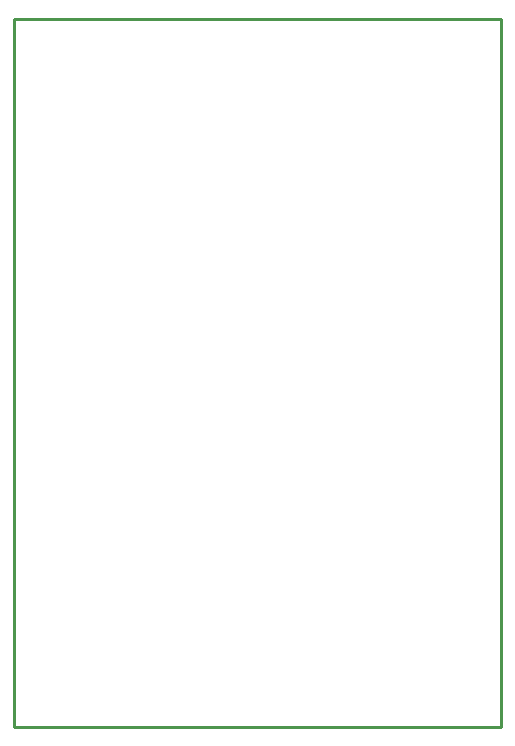
<source format=gm1>
%FSTAX23Y23*%
%MOIN*%
%SFA1B1*%

%IPPOS*%
%ADD13C,0.010000*%
%LNoverlay-1*%
%LPD*%
G54D13*
X0098Y01045D02*
X02605D01*
X0098Y03405D02*
X02605D01*
Y01045D02*
Y03405D01*
X0098Y01045D02*
Y03405D01*
M02*
</source>
